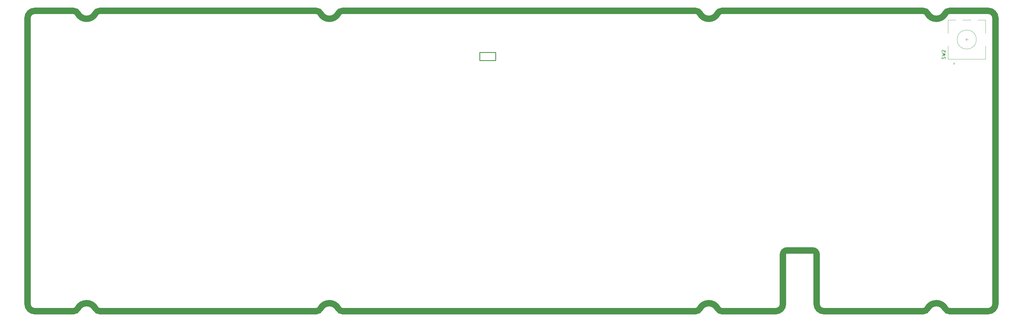
<source format=gbr>
G04 #@! TF.GenerationSoftware,KiCad,Pcbnew,(5.1.10)-1*
G04 #@! TF.CreationDate,2021-10-10T16:41:08+07:00*
G04 #@! TF.ProjectId,averange65,61766572-616e-4676-9536-352e6b696361,rev?*
G04 #@! TF.SameCoordinates,Original*
G04 #@! TF.FileFunction,Legend,Top*
G04 #@! TF.FilePolarity,Positive*
%FSLAX46Y46*%
G04 Gerber Fmt 4.6, Leading zero omitted, Abs format (unit mm)*
G04 Created by KiCad (PCBNEW (5.1.10)-1) date 2021-10-10 16:41:08*
%MOMM*%
%LPD*%
G01*
G04 APERTURE LIST*
%ADD10C,2.000000*%
%ADD11C,0.250000*%
%ADD12C,0.120000*%
%ADD13C,0.150000*%
G04 APERTURE END LIST*
D10*
X99213346Y-133142185D02*
X210028626Y-133141996D01*
X97882830Y-132334808D02*
G75*
G03*
X99213346Y-133142185I1330516J692623D01*
G01*
X97882830Y-132334808D02*
G75*
G03*
X92297204Y-132335797I-2792555J-1457440D01*
G01*
X90966126Y-133142248D02*
G75*
G03*
X92297204Y-132335797I1044J1500000D01*
G01*
X23012337Y-133142626D02*
X90966126Y-133142626D01*
X21681821Y-132334745D02*
G75*
G03*
X16096195Y-132335734I-2792555J-1457440D01*
G01*
X21681821Y-132334745D02*
G75*
G03*
X23012337Y-133142122I1330516J692623D01*
G01*
X14765117Y-133142185D02*
G75*
G03*
X16096195Y-132335734I1044J1500000D01*
G01*
X14765117Y-133142311D02*
X2613223Y-133142311D01*
X23012337Y-38942374D02*
X90966126Y-38942374D01*
X90966126Y-38942374D02*
G75*
G02*
X92297204Y-39748825I1044J-1500000D01*
G01*
X97882830Y-39749814D02*
G75*
G02*
X99213346Y-38942437I1330516J-692623D01*
G01*
X97882830Y-39749814D02*
G75*
G02*
X92297204Y-39748825I-2792555J1457440D01*
G01*
X210028626Y-38942374D02*
X99213346Y-38942437D01*
X216945330Y-39749814D02*
G75*
G02*
X218275846Y-38942437I1330516J-692623D01*
G01*
X216945330Y-39749814D02*
G75*
G02*
X211359704Y-39748825I-2792555J1457440D01*
G01*
X210028626Y-38942374D02*
G75*
G02*
X211359704Y-39748825I1044J-1500000D01*
G01*
X281467135Y-38942437D02*
X218275846Y-38942437D01*
X289713346Y-133142311D02*
X301866250Y-133142374D01*
X304116250Y-130892374D02*
G75*
G02*
X301866250Y-133142374I-2250000J0D01*
G01*
X281466126Y-133142374D02*
X250265241Y-133142437D01*
X248015241Y-115342437D02*
X248015241Y-130892437D01*
X248015241Y-115342437D02*
G75*
G03*
X246765241Y-114092437I-1250000J0D01*
G01*
X238690241Y-114092437D02*
X246765241Y-114092437D01*
X237440241Y-115342437D02*
G75*
G02*
X238690241Y-114092437I1250000J0D01*
G01*
X237440241Y-130892185D02*
X237440241Y-115342185D01*
X248015241Y-130892437D02*
G75*
G03*
X250265241Y-133142437I2250000J0D01*
G01*
X235190241Y-133142185D02*
G75*
G03*
X237440241Y-130892185I0J2250000D01*
G01*
X218275846Y-133142185D02*
X235190241Y-133142185D01*
X288382830Y-132334934D02*
G75*
G03*
X289713346Y-133142311I1330516J692623D01*
G01*
X281466126Y-133142374D02*
G75*
G03*
X282797204Y-132335923I1044J1500000D01*
G01*
X288382830Y-132334934D02*
G75*
G03*
X282797204Y-132335923I-2792555J-1457440D01*
G01*
X210028626Y-133142248D02*
G75*
G03*
X211359704Y-132335797I1044J1500000D01*
G01*
X216945330Y-132334808D02*
G75*
G03*
X211359704Y-132335797I-2792555J-1457440D01*
G01*
X216945330Y-132334808D02*
G75*
G03*
X218275846Y-133142185I1330516J692623D01*
G01*
X363223Y-130892311D02*
G75*
G03*
X2613223Y-133142311I2250000J0D01*
G01*
X304116250Y-41192500D02*
X304116250Y-130892500D01*
X301866250Y-38942500D02*
G75*
G02*
X304116250Y-41192500I0J-2250000D01*
G01*
X289713346Y-38942437D02*
X301866250Y-38942500D01*
X281466126Y-38942374D02*
G75*
G02*
X282797204Y-39748825I1044J-1500000D01*
G01*
X288382830Y-39749814D02*
G75*
G02*
X289713346Y-38942437I1330516J-692623D01*
G01*
X288382830Y-39749814D02*
G75*
G02*
X282797204Y-39748825I-2792555J1457440D01*
G01*
X21681821Y-39749751D02*
G75*
G02*
X23012337Y-38942374I1330516J-692623D01*
G01*
X21681821Y-39749751D02*
G75*
G02*
X16096195Y-39748762I-2792555J1457440D01*
G01*
X14765117Y-38942311D02*
G75*
G02*
X16096195Y-39748762I1044J-1500000D01*
G01*
X14765117Y-38942311D02*
X2613223Y-38942311D01*
X363223Y-130892311D02*
X363223Y-41192311D01*
X363223Y-41192311D02*
G75*
G02*
X2613223Y-38942311I2250000J0D01*
G01*
D11*
X142248250Y-54486500D02*
X142248250Y-51986500D01*
X147248250Y-54486500D02*
X142248250Y-54486500D01*
X147248250Y-51986500D02*
X147248250Y-54486500D01*
X142248250Y-51986500D02*
X147248250Y-51986500D01*
D12*
X298116250Y-47942500D02*
G75*
G03*
X298116250Y-47942500I-3000000J0D01*
G01*
X289216250Y-45942500D02*
X289216250Y-41842500D01*
X301016250Y-41842500D02*
X301016250Y-45942500D01*
X301016250Y-49942500D02*
X301016250Y-54042500D01*
X289216250Y-49942500D02*
X289216250Y-54042500D01*
X289216250Y-54042500D02*
X301016250Y-54042500D01*
X291316250Y-55442500D02*
X291016250Y-55742500D01*
X291016250Y-55742500D02*
X291016250Y-55142500D01*
X291016250Y-55142500D02*
X291316250Y-55442500D01*
X289216250Y-41842500D02*
X291616250Y-41842500D01*
X293816250Y-41842500D02*
X296416250Y-41842500D01*
X298616250Y-41842500D02*
X301016250Y-41842500D01*
X294616250Y-47942500D02*
X295616250Y-47942500D01*
X295116250Y-48442500D02*
X295116250Y-47442500D01*
D13*
X288321011Y-53975833D02*
X288368630Y-53832976D01*
X288368630Y-53594880D01*
X288321011Y-53499642D01*
X288273392Y-53452023D01*
X288178154Y-53404404D01*
X288082916Y-53404404D01*
X287987678Y-53452023D01*
X287940059Y-53499642D01*
X287892440Y-53594880D01*
X287844821Y-53785357D01*
X287797202Y-53880595D01*
X287749583Y-53928214D01*
X287654345Y-53975833D01*
X287559107Y-53975833D01*
X287463869Y-53928214D01*
X287416250Y-53880595D01*
X287368630Y-53785357D01*
X287368630Y-53547261D01*
X287416250Y-53404404D01*
X287368630Y-53071071D02*
X288368630Y-52832976D01*
X287654345Y-52642500D01*
X288368630Y-52452023D01*
X287368630Y-52213928D01*
X287463869Y-51880595D02*
X287416250Y-51832976D01*
X287368630Y-51737738D01*
X287368630Y-51499642D01*
X287416250Y-51404404D01*
X287463869Y-51356785D01*
X287559107Y-51309166D01*
X287654345Y-51309166D01*
X287797202Y-51356785D01*
X288368630Y-51928214D01*
X288368630Y-51309166D01*
M02*

</source>
